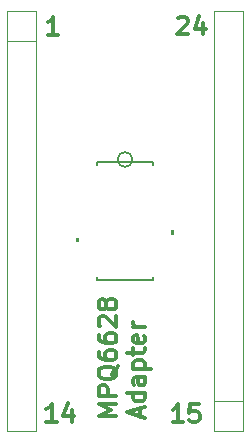
<source format=gto>
%TF.GenerationSoftware,KiCad,Pcbnew,(7.0.0)*%
%TF.CreationDate,2023-07-16T15:36:17-04:00*%
%TF.ProjectId,luminator,6c756d69-6e61-4746-9f72-2e6b69636164,rev?*%
%TF.SameCoordinates,Original*%
%TF.FileFunction,Legend,Top*%
%TF.FilePolarity,Positive*%
%FSLAX46Y46*%
G04 Gerber Fmt 4.6, Leading zero omitted, Abs format (unit mm)*
G04 Created by KiCad (PCBNEW (7.0.0)) date 2023-07-16 15:36:17*
%MOMM*%
%LPD*%
G01*
G04 APERTURE LIST*
%ADD10C,0.200000*%
%ADD11C,0.300000*%
%ADD12C,0.120000*%
%ADD13C,0.152400*%
%ADD14C,1.500000*%
%ADD15R,1.473200X0.355600*%
%ADD16R,3.200001X6.000001*%
G04 APERTURE END LIST*
D10*
X115824000Y-67190077D02*
G75*
G03*
X115824000Y-67190077I-627923J0D01*
G01*
D11*
X114463571Y-88882857D02*
X112963571Y-88882857D01*
X112963571Y-88882857D02*
X114035000Y-88382857D01*
X114035000Y-88382857D02*
X112963571Y-87882857D01*
X112963571Y-87882857D02*
X114463571Y-87882857D01*
X114463571Y-87168571D02*
X112963571Y-87168571D01*
X112963571Y-87168571D02*
X112963571Y-86597142D01*
X112963571Y-86597142D02*
X113035000Y-86454285D01*
X113035000Y-86454285D02*
X113106428Y-86382856D01*
X113106428Y-86382856D02*
X113249285Y-86311428D01*
X113249285Y-86311428D02*
X113463571Y-86311428D01*
X113463571Y-86311428D02*
X113606428Y-86382856D01*
X113606428Y-86382856D02*
X113677857Y-86454285D01*
X113677857Y-86454285D02*
X113749285Y-86597142D01*
X113749285Y-86597142D02*
X113749285Y-87168571D01*
X114606428Y-84668571D02*
X114535000Y-84811428D01*
X114535000Y-84811428D02*
X114392142Y-84954285D01*
X114392142Y-84954285D02*
X114177857Y-85168571D01*
X114177857Y-85168571D02*
X114106428Y-85311428D01*
X114106428Y-85311428D02*
X114106428Y-85454285D01*
X114463571Y-85382856D02*
X114392142Y-85525714D01*
X114392142Y-85525714D02*
X114249285Y-85668571D01*
X114249285Y-85668571D02*
X113963571Y-85739999D01*
X113963571Y-85739999D02*
X113463571Y-85739999D01*
X113463571Y-85739999D02*
X113177857Y-85668571D01*
X113177857Y-85668571D02*
X113035000Y-85525714D01*
X113035000Y-85525714D02*
X112963571Y-85382856D01*
X112963571Y-85382856D02*
X112963571Y-85097142D01*
X112963571Y-85097142D02*
X113035000Y-84954285D01*
X113035000Y-84954285D02*
X113177857Y-84811428D01*
X113177857Y-84811428D02*
X113463571Y-84739999D01*
X113463571Y-84739999D02*
X113963571Y-84739999D01*
X113963571Y-84739999D02*
X114249285Y-84811428D01*
X114249285Y-84811428D02*
X114392142Y-84954285D01*
X114392142Y-84954285D02*
X114463571Y-85097142D01*
X114463571Y-85097142D02*
X114463571Y-85382856D01*
X112963571Y-83454285D02*
X112963571Y-83739999D01*
X112963571Y-83739999D02*
X113035000Y-83882856D01*
X113035000Y-83882856D02*
X113106428Y-83954285D01*
X113106428Y-83954285D02*
X113320714Y-84097142D01*
X113320714Y-84097142D02*
X113606428Y-84168570D01*
X113606428Y-84168570D02*
X114177857Y-84168570D01*
X114177857Y-84168570D02*
X114320714Y-84097142D01*
X114320714Y-84097142D02*
X114392142Y-84025713D01*
X114392142Y-84025713D02*
X114463571Y-83882856D01*
X114463571Y-83882856D02*
X114463571Y-83597142D01*
X114463571Y-83597142D02*
X114392142Y-83454285D01*
X114392142Y-83454285D02*
X114320714Y-83382856D01*
X114320714Y-83382856D02*
X114177857Y-83311427D01*
X114177857Y-83311427D02*
X113820714Y-83311427D01*
X113820714Y-83311427D02*
X113677857Y-83382856D01*
X113677857Y-83382856D02*
X113606428Y-83454285D01*
X113606428Y-83454285D02*
X113535000Y-83597142D01*
X113535000Y-83597142D02*
X113535000Y-83882856D01*
X113535000Y-83882856D02*
X113606428Y-84025713D01*
X113606428Y-84025713D02*
X113677857Y-84097142D01*
X113677857Y-84097142D02*
X113820714Y-84168570D01*
X112963571Y-82025714D02*
X112963571Y-82311428D01*
X112963571Y-82311428D02*
X113035000Y-82454285D01*
X113035000Y-82454285D02*
X113106428Y-82525714D01*
X113106428Y-82525714D02*
X113320714Y-82668571D01*
X113320714Y-82668571D02*
X113606428Y-82739999D01*
X113606428Y-82739999D02*
X114177857Y-82739999D01*
X114177857Y-82739999D02*
X114320714Y-82668571D01*
X114320714Y-82668571D02*
X114392142Y-82597142D01*
X114392142Y-82597142D02*
X114463571Y-82454285D01*
X114463571Y-82454285D02*
X114463571Y-82168571D01*
X114463571Y-82168571D02*
X114392142Y-82025714D01*
X114392142Y-82025714D02*
X114320714Y-81954285D01*
X114320714Y-81954285D02*
X114177857Y-81882856D01*
X114177857Y-81882856D02*
X113820714Y-81882856D01*
X113820714Y-81882856D02*
X113677857Y-81954285D01*
X113677857Y-81954285D02*
X113606428Y-82025714D01*
X113606428Y-82025714D02*
X113535000Y-82168571D01*
X113535000Y-82168571D02*
X113535000Y-82454285D01*
X113535000Y-82454285D02*
X113606428Y-82597142D01*
X113606428Y-82597142D02*
X113677857Y-82668571D01*
X113677857Y-82668571D02*
X113820714Y-82739999D01*
X113106428Y-81311428D02*
X113035000Y-81240000D01*
X113035000Y-81240000D02*
X112963571Y-81097143D01*
X112963571Y-81097143D02*
X112963571Y-80740000D01*
X112963571Y-80740000D02*
X113035000Y-80597143D01*
X113035000Y-80597143D02*
X113106428Y-80525714D01*
X113106428Y-80525714D02*
X113249285Y-80454285D01*
X113249285Y-80454285D02*
X113392142Y-80454285D01*
X113392142Y-80454285D02*
X113606428Y-80525714D01*
X113606428Y-80525714D02*
X114463571Y-81382857D01*
X114463571Y-81382857D02*
X114463571Y-80454285D01*
X113606428Y-79597143D02*
X113535000Y-79740000D01*
X113535000Y-79740000D02*
X113463571Y-79811429D01*
X113463571Y-79811429D02*
X113320714Y-79882857D01*
X113320714Y-79882857D02*
X113249285Y-79882857D01*
X113249285Y-79882857D02*
X113106428Y-79811429D01*
X113106428Y-79811429D02*
X113035000Y-79740000D01*
X113035000Y-79740000D02*
X112963571Y-79597143D01*
X112963571Y-79597143D02*
X112963571Y-79311429D01*
X112963571Y-79311429D02*
X113035000Y-79168572D01*
X113035000Y-79168572D02*
X113106428Y-79097143D01*
X113106428Y-79097143D02*
X113249285Y-79025714D01*
X113249285Y-79025714D02*
X113320714Y-79025714D01*
X113320714Y-79025714D02*
X113463571Y-79097143D01*
X113463571Y-79097143D02*
X113535000Y-79168572D01*
X113535000Y-79168572D02*
X113606428Y-79311429D01*
X113606428Y-79311429D02*
X113606428Y-79597143D01*
X113606428Y-79597143D02*
X113677857Y-79740000D01*
X113677857Y-79740000D02*
X113749285Y-79811429D01*
X113749285Y-79811429D02*
X113892142Y-79882857D01*
X113892142Y-79882857D02*
X114177857Y-79882857D01*
X114177857Y-79882857D02*
X114320714Y-79811429D01*
X114320714Y-79811429D02*
X114392142Y-79740000D01*
X114392142Y-79740000D02*
X114463571Y-79597143D01*
X114463571Y-79597143D02*
X114463571Y-79311429D01*
X114463571Y-79311429D02*
X114392142Y-79168572D01*
X114392142Y-79168572D02*
X114320714Y-79097143D01*
X114320714Y-79097143D02*
X114177857Y-79025714D01*
X114177857Y-79025714D02*
X113892142Y-79025714D01*
X113892142Y-79025714D02*
X113749285Y-79097143D01*
X113749285Y-79097143D02*
X113677857Y-79168572D01*
X113677857Y-79168572D02*
X113606428Y-79311429D01*
X116465000Y-88954285D02*
X116465000Y-88240000D01*
X116893571Y-89097142D02*
X115393571Y-88597142D01*
X115393571Y-88597142D02*
X116893571Y-88097142D01*
X116893571Y-86954286D02*
X115393571Y-86954286D01*
X116822142Y-86954286D02*
X116893571Y-87097143D01*
X116893571Y-87097143D02*
X116893571Y-87382857D01*
X116893571Y-87382857D02*
X116822142Y-87525714D01*
X116822142Y-87525714D02*
X116750714Y-87597143D01*
X116750714Y-87597143D02*
X116607857Y-87668571D01*
X116607857Y-87668571D02*
X116179285Y-87668571D01*
X116179285Y-87668571D02*
X116036428Y-87597143D01*
X116036428Y-87597143D02*
X115965000Y-87525714D01*
X115965000Y-87525714D02*
X115893571Y-87382857D01*
X115893571Y-87382857D02*
X115893571Y-87097143D01*
X115893571Y-87097143D02*
X115965000Y-86954286D01*
X116893571Y-85597143D02*
X116107857Y-85597143D01*
X116107857Y-85597143D02*
X115965000Y-85668571D01*
X115965000Y-85668571D02*
X115893571Y-85811428D01*
X115893571Y-85811428D02*
X115893571Y-86097143D01*
X115893571Y-86097143D02*
X115965000Y-86240000D01*
X116822142Y-85597143D02*
X116893571Y-85740000D01*
X116893571Y-85740000D02*
X116893571Y-86097143D01*
X116893571Y-86097143D02*
X116822142Y-86240000D01*
X116822142Y-86240000D02*
X116679285Y-86311428D01*
X116679285Y-86311428D02*
X116536428Y-86311428D01*
X116536428Y-86311428D02*
X116393571Y-86240000D01*
X116393571Y-86240000D02*
X116322142Y-86097143D01*
X116322142Y-86097143D02*
X116322142Y-85740000D01*
X116322142Y-85740000D02*
X116250714Y-85597143D01*
X115893571Y-84882857D02*
X117393571Y-84882857D01*
X115965000Y-84882857D02*
X115893571Y-84740000D01*
X115893571Y-84740000D02*
X115893571Y-84454285D01*
X115893571Y-84454285D02*
X115965000Y-84311428D01*
X115965000Y-84311428D02*
X116036428Y-84240000D01*
X116036428Y-84240000D02*
X116179285Y-84168571D01*
X116179285Y-84168571D02*
X116607857Y-84168571D01*
X116607857Y-84168571D02*
X116750714Y-84240000D01*
X116750714Y-84240000D02*
X116822142Y-84311428D01*
X116822142Y-84311428D02*
X116893571Y-84454285D01*
X116893571Y-84454285D02*
X116893571Y-84740000D01*
X116893571Y-84740000D02*
X116822142Y-84882857D01*
X115893571Y-83739999D02*
X115893571Y-83168571D01*
X115393571Y-83525714D02*
X116679285Y-83525714D01*
X116679285Y-83525714D02*
X116822142Y-83454285D01*
X116822142Y-83454285D02*
X116893571Y-83311428D01*
X116893571Y-83311428D02*
X116893571Y-83168571D01*
X116822142Y-82097142D02*
X116893571Y-82239999D01*
X116893571Y-82239999D02*
X116893571Y-82525714D01*
X116893571Y-82525714D02*
X116822142Y-82668571D01*
X116822142Y-82668571D02*
X116679285Y-82739999D01*
X116679285Y-82739999D02*
X116107857Y-82739999D01*
X116107857Y-82739999D02*
X115965000Y-82668571D01*
X115965000Y-82668571D02*
X115893571Y-82525714D01*
X115893571Y-82525714D02*
X115893571Y-82239999D01*
X115893571Y-82239999D02*
X115965000Y-82097142D01*
X115965000Y-82097142D02*
X116107857Y-82025714D01*
X116107857Y-82025714D02*
X116250714Y-82025714D01*
X116250714Y-82025714D02*
X116393571Y-82739999D01*
X116893571Y-81382857D02*
X115893571Y-81382857D01*
X116179285Y-81382857D02*
X116036428Y-81311428D01*
X116036428Y-81311428D02*
X115965000Y-81240000D01*
X115965000Y-81240000D02*
X115893571Y-81097142D01*
X115893571Y-81097142D02*
X115893571Y-80954285D01*
X120082857Y-89423571D02*
X119225714Y-89423571D01*
X119654285Y-89423571D02*
X119654285Y-87923571D01*
X119654285Y-87923571D02*
X119511428Y-88137857D01*
X119511428Y-88137857D02*
X119368571Y-88280714D01*
X119368571Y-88280714D02*
X119225714Y-88352142D01*
X121439999Y-87923571D02*
X120725713Y-87923571D01*
X120725713Y-87923571D02*
X120654285Y-88637857D01*
X120654285Y-88637857D02*
X120725713Y-88566428D01*
X120725713Y-88566428D02*
X120868571Y-88495000D01*
X120868571Y-88495000D02*
X121225713Y-88495000D01*
X121225713Y-88495000D02*
X121368571Y-88566428D01*
X121368571Y-88566428D02*
X121439999Y-88637857D01*
X121439999Y-88637857D02*
X121511428Y-88780714D01*
X121511428Y-88780714D02*
X121511428Y-89137857D01*
X121511428Y-89137857D02*
X121439999Y-89280714D01*
X121439999Y-89280714D02*
X121368571Y-89352142D01*
X121368571Y-89352142D02*
X121225713Y-89423571D01*
X121225713Y-89423571D02*
X120868571Y-89423571D01*
X120868571Y-89423571D02*
X120725713Y-89352142D01*
X120725713Y-89352142D02*
X120654285Y-89280714D01*
X109402857Y-89393571D02*
X108545714Y-89393571D01*
X108974285Y-89393571D02*
X108974285Y-87893571D01*
X108974285Y-87893571D02*
X108831428Y-88107857D01*
X108831428Y-88107857D02*
X108688571Y-88250714D01*
X108688571Y-88250714D02*
X108545714Y-88322142D01*
X110688571Y-88393571D02*
X110688571Y-89393571D01*
X110331428Y-87822142D02*
X109974285Y-88893571D01*
X109974285Y-88893571D02*
X110902856Y-88893571D01*
X119665714Y-55236428D02*
X119737142Y-55165000D01*
X119737142Y-55165000D02*
X119880000Y-55093571D01*
X119880000Y-55093571D02*
X120237142Y-55093571D01*
X120237142Y-55093571D02*
X120380000Y-55165000D01*
X120380000Y-55165000D02*
X120451428Y-55236428D01*
X120451428Y-55236428D02*
X120522857Y-55379285D01*
X120522857Y-55379285D02*
X120522857Y-55522142D01*
X120522857Y-55522142D02*
X120451428Y-55736428D01*
X120451428Y-55736428D02*
X119594285Y-56593571D01*
X119594285Y-56593571D02*
X120522857Y-56593571D01*
X121808571Y-55593571D02*
X121808571Y-56593571D01*
X121451428Y-55022142D02*
X121094285Y-56093571D01*
X121094285Y-56093571D02*
X122022856Y-56093571D01*
X109552857Y-56623571D02*
X108695714Y-56623571D01*
X109124285Y-56623571D02*
X109124285Y-55123571D01*
X109124285Y-55123571D02*
X108981428Y-55337857D01*
X108981428Y-55337857D02*
X108838571Y-55480714D01*
X108838571Y-55480714D02*
X108695714Y-55552142D01*
D12*
X122702000Y-90150000D02*
X122702000Y-54630000D01*
X125202000Y-90150000D02*
X122702000Y-90150000D01*
X122702000Y-87630000D02*
X125202000Y-87630000D01*
X122702000Y-54630000D02*
X125202000Y-54630000D01*
X125202000Y-54630000D02*
X125202000Y-90150000D01*
X107676000Y-54630000D02*
X107676000Y-90150000D01*
X105176000Y-54630000D02*
X107676000Y-54630000D01*
X107676000Y-57150000D02*
X105176000Y-57150000D01*
X107676000Y-90150000D02*
X105176000Y-90150000D01*
X105176000Y-90150000D02*
X105176000Y-54630000D01*
D13*
X112814100Y-67360800D02*
X112814100Y-67654460D01*
X112814100Y-77125538D02*
X112814100Y-77419200D01*
X112814100Y-77419200D02*
X117563900Y-77419200D01*
X117563900Y-67360800D02*
X112814100Y-67360800D01*
X117563900Y-67654460D02*
X117563900Y-67360800D01*
X117563900Y-77419200D02*
X117563900Y-77125540D01*
G36*
X111277400Y-74205498D02*
G01*
X111023400Y-74205498D01*
X111023400Y-73824498D01*
X111277400Y-73824498D01*
X111277400Y-74205498D01*
G37*
G36*
X119354600Y-73555499D02*
G01*
X119100600Y-73555499D01*
X119100600Y-73174499D01*
X119354600Y-73174499D01*
X119354600Y-73555499D01*
G37*
%LPC*%
D14*
X123952000Y-88900000D03*
X123952000Y-86360000D03*
X123952000Y-83820000D03*
X123952000Y-81280000D03*
X123952000Y-78740000D03*
X123952000Y-76200000D03*
X123952000Y-73660000D03*
X123952000Y-71120000D03*
X123952000Y-68580000D03*
X123952000Y-66040000D03*
X123952000Y-63500000D03*
X123952000Y-60960000D03*
X123952000Y-58420000D03*
X123952000Y-55880000D03*
X106426000Y-55880000D03*
X106426000Y-58420000D03*
X106426000Y-60960000D03*
X106426000Y-63500000D03*
X106426000Y-66040000D03*
X106426000Y-68580000D03*
X106426000Y-71120000D03*
X106426000Y-73660000D03*
X106426000Y-76200000D03*
X106426000Y-78740000D03*
X106426000Y-81280000D03*
X106426000Y-83820000D03*
X106426000Y-86360000D03*
X106426000Y-88900000D03*
D15*
X112267999Y-68164999D03*
X112267999Y-68815000D03*
X112267999Y-69464999D03*
X112267999Y-70115000D03*
X112267999Y-70764998D03*
X112267999Y-71415000D03*
X112267999Y-72064998D03*
X112267999Y-72714997D03*
X112267999Y-73364998D03*
X112267999Y-74014997D03*
X112267999Y-74664998D03*
X112267999Y-75314997D03*
X112267999Y-75964998D03*
X112267999Y-76614997D03*
X118109999Y-76614999D03*
X118109999Y-75964998D03*
X118109999Y-75314999D03*
X118109999Y-74664998D03*
X118109999Y-74015000D03*
X118109999Y-73364998D03*
X118109999Y-72715000D03*
X118109999Y-72064998D03*
X118109999Y-71415000D03*
X118109999Y-70764998D03*
X118109999Y-70115000D03*
X118109999Y-69464999D03*
X118109999Y-68815000D03*
X118109999Y-68164999D03*
D16*
X115188999Y-72389999D03*
M02*

</source>
